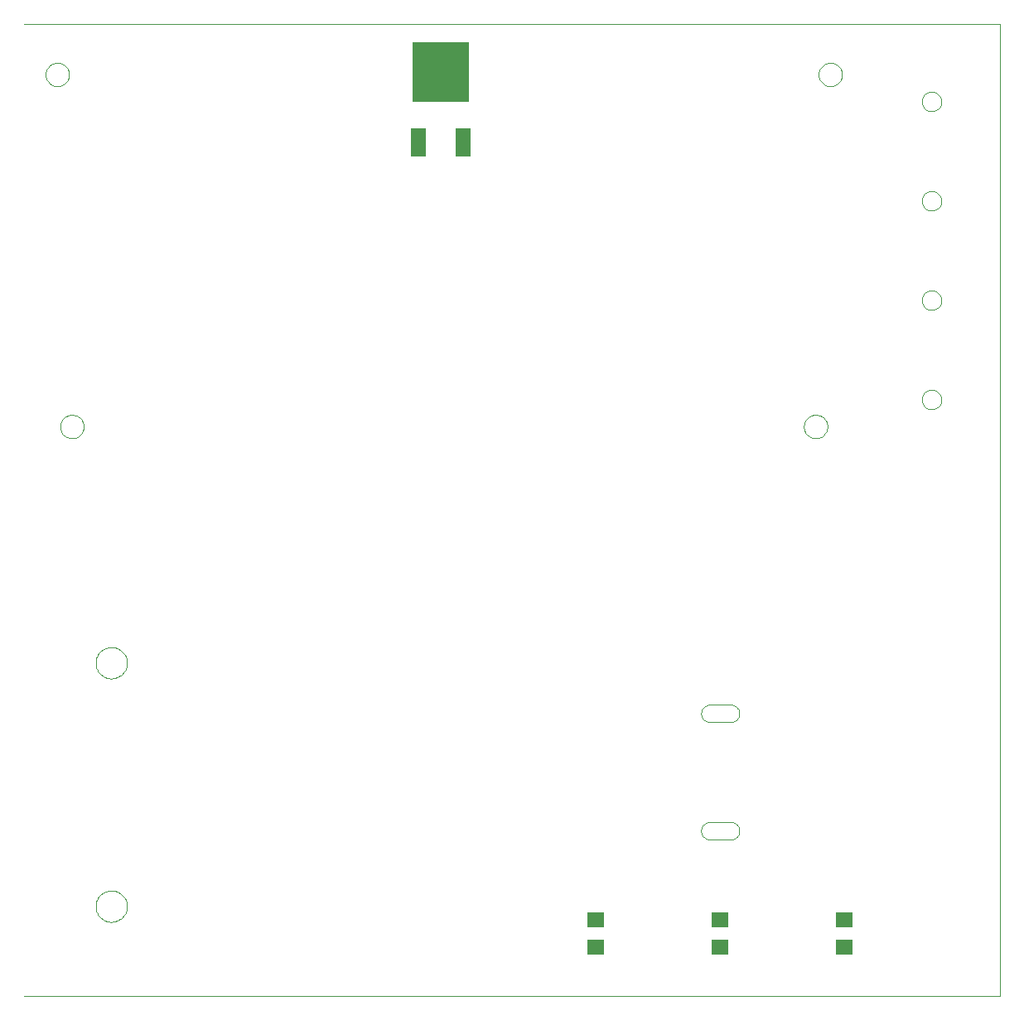
<source format=gbp>
G75*
G70*
%OFA0B0*%
%FSLAX24Y24*%
%IPPOS*%
%LPD*%
%AMOC8*
5,1,8,0,0,1.08239X$1,22.5*
%
%ADD10C,0.0000*%
%ADD11R,0.0710X0.0630*%
%ADD12R,0.2283X0.2441*%
%ADD13R,0.0630X0.1181*%
D10*
X002925Y005413D02*
X042167Y005413D01*
X042167Y044533D01*
X002925Y044533D01*
X003777Y042500D02*
X003779Y042543D01*
X003785Y042585D01*
X003795Y042627D01*
X003808Y042668D01*
X003825Y042708D01*
X003846Y042745D01*
X003870Y042781D01*
X003897Y042814D01*
X003927Y042845D01*
X003960Y042873D01*
X003995Y042898D01*
X004032Y042919D01*
X004071Y042937D01*
X004111Y042951D01*
X004153Y042962D01*
X004195Y042969D01*
X004238Y042972D01*
X004281Y042971D01*
X004324Y042966D01*
X004366Y042957D01*
X004407Y042945D01*
X004447Y042929D01*
X004485Y042909D01*
X004521Y042886D01*
X004555Y042859D01*
X004587Y042830D01*
X004615Y042798D01*
X004641Y042763D01*
X004663Y042727D01*
X004682Y042688D01*
X004697Y042648D01*
X004709Y042607D01*
X004717Y042564D01*
X004721Y042521D01*
X004721Y042479D01*
X004717Y042436D01*
X004709Y042393D01*
X004697Y042352D01*
X004682Y042312D01*
X004663Y042273D01*
X004641Y042237D01*
X004615Y042202D01*
X004587Y042170D01*
X004555Y042141D01*
X004521Y042114D01*
X004485Y042091D01*
X004447Y042071D01*
X004407Y042055D01*
X004366Y042043D01*
X004324Y042034D01*
X004281Y042029D01*
X004238Y042028D01*
X004195Y042031D01*
X004153Y042038D01*
X004111Y042049D01*
X004071Y042063D01*
X004032Y042081D01*
X003995Y042102D01*
X003960Y042127D01*
X003927Y042155D01*
X003897Y042186D01*
X003870Y042219D01*
X003846Y042255D01*
X003825Y042292D01*
X003808Y042332D01*
X003795Y042373D01*
X003785Y042415D01*
X003779Y042457D01*
X003777Y042500D01*
X004367Y028326D02*
X004369Y028369D01*
X004375Y028411D01*
X004385Y028453D01*
X004398Y028494D01*
X004415Y028534D01*
X004436Y028571D01*
X004460Y028607D01*
X004487Y028640D01*
X004517Y028671D01*
X004550Y028699D01*
X004585Y028724D01*
X004622Y028745D01*
X004661Y028763D01*
X004701Y028777D01*
X004743Y028788D01*
X004785Y028795D01*
X004828Y028798D01*
X004871Y028797D01*
X004914Y028792D01*
X004956Y028783D01*
X004997Y028771D01*
X005037Y028755D01*
X005075Y028735D01*
X005111Y028712D01*
X005145Y028685D01*
X005177Y028656D01*
X005205Y028624D01*
X005231Y028589D01*
X005253Y028553D01*
X005272Y028514D01*
X005287Y028474D01*
X005299Y028433D01*
X005307Y028390D01*
X005311Y028347D01*
X005311Y028305D01*
X005307Y028262D01*
X005299Y028219D01*
X005287Y028178D01*
X005272Y028138D01*
X005253Y028099D01*
X005231Y028063D01*
X005205Y028028D01*
X005177Y027996D01*
X005145Y027967D01*
X005111Y027940D01*
X005075Y027917D01*
X005037Y027897D01*
X004997Y027881D01*
X004956Y027869D01*
X004914Y027860D01*
X004871Y027855D01*
X004828Y027854D01*
X004785Y027857D01*
X004743Y027864D01*
X004701Y027875D01*
X004661Y027889D01*
X004622Y027907D01*
X004585Y027928D01*
X004550Y027953D01*
X004517Y027981D01*
X004487Y028012D01*
X004460Y028045D01*
X004436Y028081D01*
X004415Y028118D01*
X004398Y028158D01*
X004385Y028199D01*
X004375Y028241D01*
X004369Y028283D01*
X004367Y028326D01*
X005795Y018813D02*
X005797Y018863D01*
X005803Y018913D01*
X005813Y018962D01*
X005827Y019010D01*
X005844Y019057D01*
X005865Y019102D01*
X005890Y019146D01*
X005918Y019187D01*
X005950Y019226D01*
X005984Y019263D01*
X006021Y019297D01*
X006061Y019327D01*
X006103Y019354D01*
X006147Y019378D01*
X006193Y019399D01*
X006240Y019415D01*
X006288Y019428D01*
X006338Y019437D01*
X006387Y019442D01*
X006438Y019443D01*
X006488Y019440D01*
X006537Y019433D01*
X006586Y019422D01*
X006634Y019407D01*
X006680Y019389D01*
X006725Y019367D01*
X006768Y019341D01*
X006809Y019312D01*
X006848Y019280D01*
X006884Y019245D01*
X006916Y019207D01*
X006946Y019167D01*
X006973Y019124D01*
X006996Y019080D01*
X007015Y019034D01*
X007031Y018986D01*
X007043Y018937D01*
X007051Y018888D01*
X007055Y018838D01*
X007055Y018788D01*
X007051Y018738D01*
X007043Y018689D01*
X007031Y018640D01*
X007015Y018592D01*
X006996Y018546D01*
X006973Y018502D01*
X006946Y018459D01*
X006916Y018419D01*
X006884Y018381D01*
X006848Y018346D01*
X006809Y018314D01*
X006768Y018285D01*
X006725Y018259D01*
X006680Y018237D01*
X006634Y018219D01*
X006586Y018204D01*
X006537Y018193D01*
X006488Y018186D01*
X006438Y018183D01*
X006387Y018184D01*
X006338Y018189D01*
X006288Y018198D01*
X006240Y018211D01*
X006193Y018227D01*
X006147Y018248D01*
X006103Y018272D01*
X006061Y018299D01*
X006021Y018329D01*
X005984Y018363D01*
X005950Y018400D01*
X005918Y018439D01*
X005890Y018480D01*
X005865Y018524D01*
X005844Y018569D01*
X005827Y018616D01*
X005813Y018664D01*
X005803Y018713D01*
X005797Y018763D01*
X005795Y018813D01*
X005795Y009013D02*
X005797Y009063D01*
X005803Y009113D01*
X005813Y009162D01*
X005827Y009210D01*
X005844Y009257D01*
X005865Y009302D01*
X005890Y009346D01*
X005918Y009387D01*
X005950Y009426D01*
X005984Y009463D01*
X006021Y009497D01*
X006061Y009527D01*
X006103Y009554D01*
X006147Y009578D01*
X006193Y009599D01*
X006240Y009615D01*
X006288Y009628D01*
X006338Y009637D01*
X006387Y009642D01*
X006438Y009643D01*
X006488Y009640D01*
X006537Y009633D01*
X006586Y009622D01*
X006634Y009607D01*
X006680Y009589D01*
X006725Y009567D01*
X006768Y009541D01*
X006809Y009512D01*
X006848Y009480D01*
X006884Y009445D01*
X006916Y009407D01*
X006946Y009367D01*
X006973Y009324D01*
X006996Y009280D01*
X007015Y009234D01*
X007031Y009186D01*
X007043Y009137D01*
X007051Y009088D01*
X007055Y009038D01*
X007055Y008988D01*
X007051Y008938D01*
X007043Y008889D01*
X007031Y008840D01*
X007015Y008792D01*
X006996Y008746D01*
X006973Y008702D01*
X006946Y008659D01*
X006916Y008619D01*
X006884Y008581D01*
X006848Y008546D01*
X006809Y008514D01*
X006768Y008485D01*
X006725Y008459D01*
X006680Y008437D01*
X006634Y008419D01*
X006586Y008404D01*
X006537Y008393D01*
X006488Y008386D01*
X006438Y008383D01*
X006387Y008384D01*
X006338Y008389D01*
X006288Y008398D01*
X006240Y008411D01*
X006193Y008427D01*
X006147Y008448D01*
X006103Y008472D01*
X006061Y008499D01*
X006021Y008529D01*
X005984Y008563D01*
X005950Y008600D01*
X005918Y008639D01*
X005890Y008680D01*
X005865Y008724D01*
X005844Y008769D01*
X005827Y008816D01*
X005813Y008864D01*
X005803Y008913D01*
X005797Y008963D01*
X005795Y009013D01*
X030512Y011696D02*
X031338Y011696D01*
X031338Y011697D02*
X031375Y011699D01*
X031412Y011705D01*
X031447Y011714D01*
X031482Y011728D01*
X031515Y011744D01*
X031546Y011765D01*
X031575Y011788D01*
X031601Y011814D01*
X031624Y011843D01*
X031645Y011874D01*
X031661Y011907D01*
X031675Y011942D01*
X031684Y011977D01*
X031690Y012014D01*
X031692Y012051D01*
X031690Y012088D01*
X031684Y012125D01*
X031675Y012160D01*
X031661Y012195D01*
X031645Y012228D01*
X031624Y012259D01*
X031601Y012288D01*
X031575Y012314D01*
X031546Y012337D01*
X031515Y012358D01*
X031482Y012374D01*
X031447Y012388D01*
X031412Y012397D01*
X031375Y012403D01*
X031338Y012405D01*
X030512Y012405D01*
X030475Y012403D01*
X030438Y012397D01*
X030403Y012388D01*
X030368Y012374D01*
X030335Y012358D01*
X030304Y012337D01*
X030275Y012314D01*
X030249Y012288D01*
X030226Y012259D01*
X030205Y012228D01*
X030189Y012195D01*
X030175Y012160D01*
X030166Y012125D01*
X030160Y012088D01*
X030158Y012051D01*
X030160Y012014D01*
X030166Y011977D01*
X030175Y011942D01*
X030189Y011907D01*
X030205Y011874D01*
X030226Y011843D01*
X030249Y011814D01*
X030275Y011788D01*
X030304Y011765D01*
X030335Y011744D01*
X030368Y011728D01*
X030403Y011714D01*
X030438Y011705D01*
X030475Y011699D01*
X030512Y011697D01*
X030512Y016421D02*
X031338Y016421D01*
X031375Y016423D01*
X031412Y016429D01*
X031447Y016438D01*
X031482Y016452D01*
X031515Y016468D01*
X031546Y016489D01*
X031575Y016512D01*
X031601Y016538D01*
X031624Y016567D01*
X031645Y016598D01*
X031661Y016631D01*
X031675Y016666D01*
X031684Y016701D01*
X031690Y016738D01*
X031692Y016775D01*
X031690Y016812D01*
X031684Y016849D01*
X031675Y016884D01*
X031661Y016919D01*
X031645Y016952D01*
X031624Y016983D01*
X031601Y017012D01*
X031575Y017038D01*
X031546Y017061D01*
X031515Y017082D01*
X031482Y017098D01*
X031447Y017112D01*
X031412Y017121D01*
X031375Y017127D01*
X031338Y017129D01*
X031338Y017130D02*
X030512Y017130D01*
X030512Y017129D02*
X030475Y017127D01*
X030438Y017121D01*
X030403Y017112D01*
X030368Y017098D01*
X030335Y017082D01*
X030304Y017061D01*
X030275Y017038D01*
X030249Y017012D01*
X030226Y016983D01*
X030205Y016952D01*
X030189Y016919D01*
X030175Y016884D01*
X030166Y016849D01*
X030160Y016812D01*
X030158Y016775D01*
X030160Y016738D01*
X030166Y016701D01*
X030175Y016666D01*
X030189Y016631D01*
X030205Y016598D01*
X030226Y016567D01*
X030249Y016538D01*
X030275Y016512D01*
X030304Y016489D01*
X030335Y016468D01*
X030368Y016452D01*
X030403Y016438D01*
X030438Y016429D01*
X030475Y016423D01*
X030512Y016421D01*
X034289Y028326D02*
X034291Y028369D01*
X034297Y028411D01*
X034307Y028453D01*
X034320Y028494D01*
X034337Y028534D01*
X034358Y028571D01*
X034382Y028607D01*
X034409Y028640D01*
X034439Y028671D01*
X034472Y028699D01*
X034507Y028724D01*
X034544Y028745D01*
X034583Y028763D01*
X034623Y028777D01*
X034665Y028788D01*
X034707Y028795D01*
X034750Y028798D01*
X034793Y028797D01*
X034836Y028792D01*
X034878Y028783D01*
X034919Y028771D01*
X034959Y028755D01*
X034997Y028735D01*
X035033Y028712D01*
X035067Y028685D01*
X035099Y028656D01*
X035127Y028624D01*
X035153Y028589D01*
X035175Y028553D01*
X035194Y028514D01*
X035209Y028474D01*
X035221Y028433D01*
X035229Y028390D01*
X035233Y028347D01*
X035233Y028305D01*
X035229Y028262D01*
X035221Y028219D01*
X035209Y028178D01*
X035194Y028138D01*
X035175Y028099D01*
X035153Y028063D01*
X035127Y028028D01*
X035099Y027996D01*
X035067Y027967D01*
X035033Y027940D01*
X034997Y027917D01*
X034959Y027897D01*
X034919Y027881D01*
X034878Y027869D01*
X034836Y027860D01*
X034793Y027855D01*
X034750Y027854D01*
X034707Y027857D01*
X034665Y027864D01*
X034623Y027875D01*
X034583Y027889D01*
X034544Y027907D01*
X034507Y027928D01*
X034472Y027953D01*
X034439Y027981D01*
X034409Y028012D01*
X034382Y028045D01*
X034358Y028081D01*
X034337Y028118D01*
X034320Y028158D01*
X034307Y028199D01*
X034297Y028241D01*
X034291Y028283D01*
X034289Y028326D01*
X039031Y029413D02*
X039033Y029452D01*
X039039Y029491D01*
X039049Y029529D01*
X039062Y029566D01*
X039079Y029601D01*
X039099Y029635D01*
X039123Y029666D01*
X039150Y029695D01*
X039179Y029721D01*
X039211Y029744D01*
X039245Y029764D01*
X039281Y029780D01*
X039318Y029792D01*
X039357Y029801D01*
X039396Y029806D01*
X039435Y029807D01*
X039474Y029804D01*
X039513Y029797D01*
X039550Y029786D01*
X039587Y029772D01*
X039622Y029754D01*
X039655Y029733D01*
X039686Y029708D01*
X039714Y029681D01*
X039739Y029651D01*
X039761Y029618D01*
X039780Y029584D01*
X039795Y029548D01*
X039807Y029510D01*
X039815Y029472D01*
X039819Y029433D01*
X039819Y029393D01*
X039815Y029354D01*
X039807Y029316D01*
X039795Y029278D01*
X039780Y029242D01*
X039761Y029208D01*
X039739Y029175D01*
X039714Y029145D01*
X039686Y029118D01*
X039655Y029093D01*
X039622Y029072D01*
X039587Y029054D01*
X039550Y029040D01*
X039513Y029029D01*
X039474Y029022D01*
X039435Y029019D01*
X039396Y029020D01*
X039357Y029025D01*
X039318Y029034D01*
X039281Y029046D01*
X039245Y029062D01*
X039211Y029082D01*
X039179Y029105D01*
X039150Y029131D01*
X039123Y029160D01*
X039099Y029191D01*
X039079Y029225D01*
X039062Y029260D01*
X039049Y029297D01*
X039039Y029335D01*
X039033Y029374D01*
X039031Y029413D01*
X039031Y033413D02*
X039033Y033452D01*
X039039Y033491D01*
X039049Y033529D01*
X039062Y033566D01*
X039079Y033601D01*
X039099Y033635D01*
X039123Y033666D01*
X039150Y033695D01*
X039179Y033721D01*
X039211Y033744D01*
X039245Y033764D01*
X039281Y033780D01*
X039318Y033792D01*
X039357Y033801D01*
X039396Y033806D01*
X039435Y033807D01*
X039474Y033804D01*
X039513Y033797D01*
X039550Y033786D01*
X039587Y033772D01*
X039622Y033754D01*
X039655Y033733D01*
X039686Y033708D01*
X039714Y033681D01*
X039739Y033651D01*
X039761Y033618D01*
X039780Y033584D01*
X039795Y033548D01*
X039807Y033510D01*
X039815Y033472D01*
X039819Y033433D01*
X039819Y033393D01*
X039815Y033354D01*
X039807Y033316D01*
X039795Y033278D01*
X039780Y033242D01*
X039761Y033208D01*
X039739Y033175D01*
X039714Y033145D01*
X039686Y033118D01*
X039655Y033093D01*
X039622Y033072D01*
X039587Y033054D01*
X039550Y033040D01*
X039513Y033029D01*
X039474Y033022D01*
X039435Y033019D01*
X039396Y033020D01*
X039357Y033025D01*
X039318Y033034D01*
X039281Y033046D01*
X039245Y033062D01*
X039211Y033082D01*
X039179Y033105D01*
X039150Y033131D01*
X039123Y033160D01*
X039099Y033191D01*
X039079Y033225D01*
X039062Y033260D01*
X039049Y033297D01*
X039039Y033335D01*
X039033Y033374D01*
X039031Y033413D01*
X039031Y037413D02*
X039033Y037452D01*
X039039Y037491D01*
X039049Y037529D01*
X039062Y037566D01*
X039079Y037601D01*
X039099Y037635D01*
X039123Y037666D01*
X039150Y037695D01*
X039179Y037721D01*
X039211Y037744D01*
X039245Y037764D01*
X039281Y037780D01*
X039318Y037792D01*
X039357Y037801D01*
X039396Y037806D01*
X039435Y037807D01*
X039474Y037804D01*
X039513Y037797D01*
X039550Y037786D01*
X039587Y037772D01*
X039622Y037754D01*
X039655Y037733D01*
X039686Y037708D01*
X039714Y037681D01*
X039739Y037651D01*
X039761Y037618D01*
X039780Y037584D01*
X039795Y037548D01*
X039807Y037510D01*
X039815Y037472D01*
X039819Y037433D01*
X039819Y037393D01*
X039815Y037354D01*
X039807Y037316D01*
X039795Y037278D01*
X039780Y037242D01*
X039761Y037208D01*
X039739Y037175D01*
X039714Y037145D01*
X039686Y037118D01*
X039655Y037093D01*
X039622Y037072D01*
X039587Y037054D01*
X039550Y037040D01*
X039513Y037029D01*
X039474Y037022D01*
X039435Y037019D01*
X039396Y037020D01*
X039357Y037025D01*
X039318Y037034D01*
X039281Y037046D01*
X039245Y037062D01*
X039211Y037082D01*
X039179Y037105D01*
X039150Y037131D01*
X039123Y037160D01*
X039099Y037191D01*
X039079Y037225D01*
X039062Y037260D01*
X039049Y037297D01*
X039039Y037335D01*
X039033Y037374D01*
X039031Y037413D01*
X039031Y041413D02*
X039033Y041452D01*
X039039Y041491D01*
X039049Y041529D01*
X039062Y041566D01*
X039079Y041601D01*
X039099Y041635D01*
X039123Y041666D01*
X039150Y041695D01*
X039179Y041721D01*
X039211Y041744D01*
X039245Y041764D01*
X039281Y041780D01*
X039318Y041792D01*
X039357Y041801D01*
X039396Y041806D01*
X039435Y041807D01*
X039474Y041804D01*
X039513Y041797D01*
X039550Y041786D01*
X039587Y041772D01*
X039622Y041754D01*
X039655Y041733D01*
X039686Y041708D01*
X039714Y041681D01*
X039739Y041651D01*
X039761Y041618D01*
X039780Y041584D01*
X039795Y041548D01*
X039807Y041510D01*
X039815Y041472D01*
X039819Y041433D01*
X039819Y041393D01*
X039815Y041354D01*
X039807Y041316D01*
X039795Y041278D01*
X039780Y041242D01*
X039761Y041208D01*
X039739Y041175D01*
X039714Y041145D01*
X039686Y041118D01*
X039655Y041093D01*
X039622Y041072D01*
X039587Y041054D01*
X039550Y041040D01*
X039513Y041029D01*
X039474Y041022D01*
X039435Y041019D01*
X039396Y041020D01*
X039357Y041025D01*
X039318Y041034D01*
X039281Y041046D01*
X039245Y041062D01*
X039211Y041082D01*
X039179Y041105D01*
X039150Y041131D01*
X039123Y041160D01*
X039099Y041191D01*
X039079Y041225D01*
X039062Y041260D01*
X039049Y041297D01*
X039039Y041335D01*
X039033Y041374D01*
X039031Y041413D01*
X034879Y042500D02*
X034881Y042543D01*
X034887Y042585D01*
X034897Y042627D01*
X034910Y042668D01*
X034927Y042708D01*
X034948Y042745D01*
X034972Y042781D01*
X034999Y042814D01*
X035029Y042845D01*
X035062Y042873D01*
X035097Y042898D01*
X035134Y042919D01*
X035173Y042937D01*
X035213Y042951D01*
X035255Y042962D01*
X035297Y042969D01*
X035340Y042972D01*
X035383Y042971D01*
X035426Y042966D01*
X035468Y042957D01*
X035509Y042945D01*
X035549Y042929D01*
X035587Y042909D01*
X035623Y042886D01*
X035657Y042859D01*
X035689Y042830D01*
X035717Y042798D01*
X035743Y042763D01*
X035765Y042727D01*
X035784Y042688D01*
X035799Y042648D01*
X035811Y042607D01*
X035819Y042564D01*
X035823Y042521D01*
X035823Y042479D01*
X035819Y042436D01*
X035811Y042393D01*
X035799Y042352D01*
X035784Y042312D01*
X035765Y042273D01*
X035743Y042237D01*
X035717Y042202D01*
X035689Y042170D01*
X035657Y042141D01*
X035623Y042114D01*
X035587Y042091D01*
X035549Y042071D01*
X035509Y042055D01*
X035468Y042043D01*
X035426Y042034D01*
X035383Y042029D01*
X035340Y042028D01*
X035297Y042031D01*
X035255Y042038D01*
X035213Y042049D01*
X035173Y042063D01*
X035134Y042081D01*
X035097Y042102D01*
X035062Y042127D01*
X035029Y042155D01*
X034999Y042186D01*
X034972Y042219D01*
X034948Y042255D01*
X034927Y042292D01*
X034910Y042332D01*
X034897Y042373D01*
X034887Y042415D01*
X034881Y042457D01*
X034879Y042500D01*
D11*
X035925Y008473D03*
X035925Y007353D03*
X030925Y007353D03*
X030925Y008473D03*
X025925Y008473D03*
X025925Y007353D03*
D12*
X019675Y042600D03*
D13*
X018777Y039773D03*
X020573Y039773D03*
M02*

</source>
